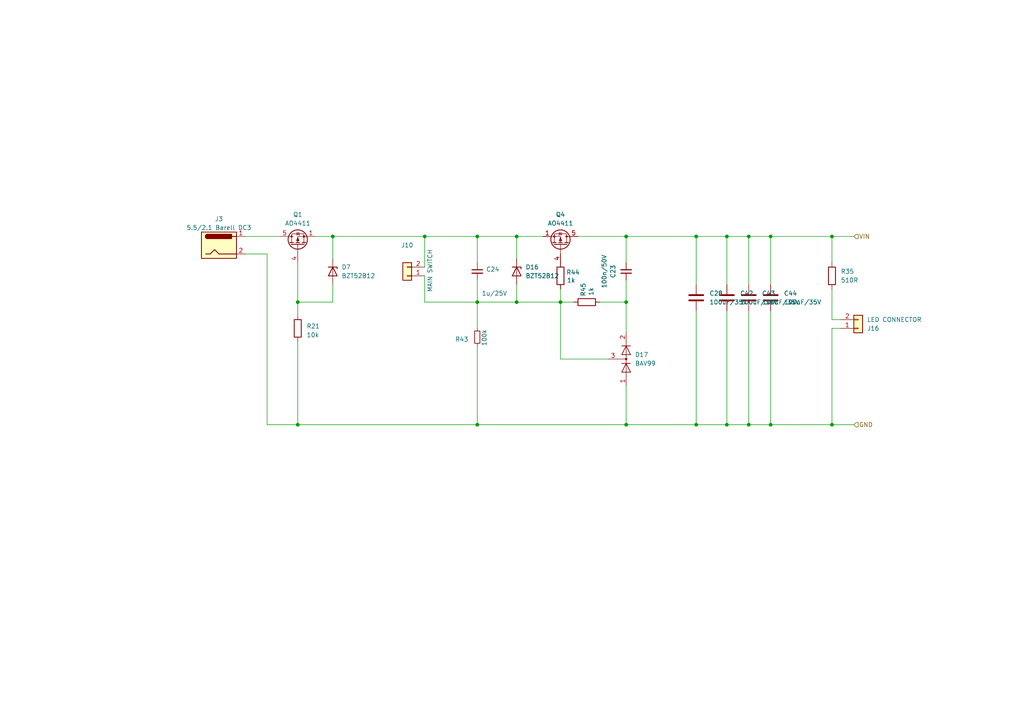
<source format=kicad_sch>
(kicad_sch (version 20250114) (generator "eeschema") (generator_version "9.0")
  (paper "A4")
  (lib_symbols
    (symbol "Connector:Barrel_Jack" (pin_names (offset 1.016))
      (property "Reference" "J" (at 0 5.334 0))
      (property "Value" "Barrel_Jack" (at 0 -5.08 0))
      (symbol "Barrel_Jack_0_1"
        (rectangle (start -5.08 3.81) (end 5.08 -3.81) (stroke (width 0.254)) (fill (type background)))
        (polyline (pts (xy -3.81 -2.54) (xy -2.54 -2.54) (xy -1.27 -1.27) (xy 0 -2.54) (xy 2.54 -2.54) (xy 5.08 -2.54)) (stroke (width 0.254)))
        (arc (start -3.302 1.905) (mid -3.9343 2.54) (end -3.302 3.175) (stroke (width 0.254)))
        (arc (start -3.302 1.905) (mid -3.9343 2.54) (end -3.302 3.175) (stroke (width 0.254)) (fill (type outline)))
        (rectangle (start 3.683 3.175) (end -3.302 1.905) (stroke (width 0.254)) (fill (type outline)))
        (polyline (pts (xy 5.08 2.54) (xy 3.81 2.54)) (stroke (width 0.254)))
      )
      (symbol "Barrel_Jack_1_1"
        (pin passive line (at 7.62 2.54 180) (length 2.54) (name "~") (number "1"))
        (pin passive line (at 7.62 -2.54 180) (length 2.54) (name "~") (number "2"))
      )
    )
    (symbol "Connector_Generic:Conn_01x02" (pin_names (offset 1.016) (hide yes))
      (property "Reference" "J" (at 0 2.54 0))
      (property "Value" "Conn_01x02" (at 0 -5.08 0))
      (symbol "Conn_01x02_1_1"
        (rectangle (start -1.27 1.27) (end 1.27 -3.81) (stroke (width 0.254)) (fill (type background)))
        (rectangle (start -1.27 0.127) (end 0 -0.127) (stroke (width 0.1524)))
        (rectangle (start -1.27 -2.413) (end 0 -2.667) (stroke (width 0.1524)))
        (pin passive line (at -5.08 0 0) (length 3.81) (name "Pin_1") (number "1"))
        (pin passive line (at -5.08 -2.54 0) (length 3.81) (name "Pin_2") (number "2"))
      )
    )
    (symbol "Device:C" (pin_numbers (hide yes)) (pin_names (offset 0.254))
      (property "Reference" "C" (at 0.635 2.54 0))
      (property "Value" "C" (at 0.635 -2.54 0))
      (symbol "C_0_1"
        (polyline (pts (xy -2.032 0.762) (xy 2.032 0.762)) (stroke (width 0.508)))
        (polyline (pts (xy -2.032 -0.762) (xy 2.032 -0.762)) (stroke (width 0.508)))
      )
      (symbol "C_1_1"
        (pin passive line (at 0 3.81 270) (length 2.794) (name "~") (number "1"))
        (pin passive line (at 0 -3.81 90) (length 2.794) (name "~") (number "2"))
      )
    )
    (symbol "Device:C_Small" (pin_numbers (hide yes)) (pin_names (offset 0.254) (hide yes))
      (property "Reference" "C" (at 0.254 1.778 0))
      (property "Value" "C_Small" (at 0.254 -2.032 0))
      (symbol "C_Small_0_1"
        (polyline (pts (xy -1.524 0.508) (xy 1.524 0.508)) (stroke (width 0.3048)))
        (polyline (pts (xy -1.524 -0.508) (xy 1.524 -0.508)) (stroke (width 0.3302)))
      )
      (symbol "C_Small_1_1"
        (pin passive line (at 0 2.54 270) (length 2.032) (name "~") (number "1"))
        (pin passive line (at 0 -2.54 90) (length 2.032) (name "~") (number "2"))
      )
    )
    (symbol "Device:R" (pin_numbers (hide yes)) (pin_names (offset 0))
      (property "Reference" "R" (at 2.032 0 90))
      (property "Value" "R" (at 0 0 90))
      (symbol "R_0_1"
        (rectangle (start -1.016 -2.54) (end 1.016 2.54) (stroke (width 0.254)))
      )
      (symbol "R_1_1"
        (pin passive line (at 0 3.81 270) (length 1.27) (name "~") (number "1"))
        (pin passive line (at 0 -3.81 90) (length 1.27) (name "~") (number "2"))
      )
    )
    (symbol "Device:R_Small" (pin_numbers (hide yes)) (pin_names (offset 0.254) (hide yes))
      (property "Reference" "R" (at 0.762 0.508 0))
      (property "Value" "R_Small" (at 0.762 -1.016 0))
      (symbol "R_Small_0_1"
        (rectangle (start -0.762 1.778) (end 0.762 -1.778) (stroke (width 0.2032)))
      )
      (symbol "R_Small_1_1"
        (pin passive line (at 0 2.54 270) (length 0.762) (name "~") (number "1"))
        (pin passive line (at 0 -2.54 90) (length 0.762) (name "~") (number "2"))
      )
    )
    (symbol "Diode:BAV99" (pin_names (hide yes))
      (property "Reference" "D" (at 0 5.08 0))
      (property "Value" "BAV99" (at 0 2.54 0))
      (symbol "BAV99_0_1"
        (polyline (pts (xy -5.08 0) (xy 5.08 0)))
      )
      (symbol "BAV99_1_1"
        (polyline (pts (xy -3.81 1.27) (xy -1.27 0) (xy -3.81 -1.27) (xy -3.81 1.27) (xy -3.81 1.27) (xy -3.81 1.27)) (stroke (width 0.2032)))
        (polyline (pts (xy -1.27 -1.27) (xy -1.27 1.27) (xy -1.27 1.27)) (stroke (width 0.2032)))
        (polyline (pts (xy 0 0) (xy 0 -2.54)))
        (circle (center 0 0) (radius 0.254) (fill (type outline)))
        (polyline (pts (xy 1.27 1.27) (xy 3.81 0) (xy 1.27 -1.27) (xy 1.27 1.27) (xy 1.27 1.27) (xy 1.27 1.27)) (stroke (width 0.2032)))
        (polyline (pts (xy 3.81 1.27) (xy 3.81 -1.27) (xy 3.81 -1.27)) (stroke (width 0.2032)))
        (pin passive line (at -7.62 0 0) (length 2.54) (name "K") (number "1"))
        (pin passive line (at 0 -5.08 90) (length 2.54) (name "K") (number "3"))
        (pin passive line (at 7.62 0 180) (length 2.54) (name "A") (number "2"))
      )
    )
    (symbol "Diode:BZT52Bxx" (pin_numbers (hide yes)) (pin_names (hide yes))
      (property "Reference" "D" (at 0 2.54 0))
      (property "Value" "BZT52Bxx" (at 0 -2.54 0))
      (symbol "BZT52Bxx_0_1"
        (polyline (pts (xy -1.27 -1.27) (xy -1.27 1.27) (xy -0.762 1.27)) (stroke (width 0.254)))
        (polyline (pts (xy 1.27 0) (xy -1.27 0)))
        (polyline (pts (xy 1.27 -1.27) (xy 1.27 1.27) (xy -1.27 0) (xy 1.27 -1.27)) (stroke (width 0.254)))
      )
      (symbol "BZT52Bxx_1_1"
        (pin passive line (at -3.81 0 0) (length 2.54) (name "K") (number "1"))
        (pin passive line (at 3.81 0 180) (length 2.54) (name "A") (number "2"))
      )
    )
    (symbol "Transistor_FET:IRF7404" (pin_names (hide yes))
      (property "Reference" "Q" (at 5.08 1.905 0))
      (property "Value" "IRF7404" (at 5.08 0 0))
      (symbol "IRF7404_0_1"
        (polyline (pts (xy 0.254 1.905) (xy 0.254 -1.905)) (stroke (width 0.254)))
        (polyline (pts (xy 0.254 0) (xy -2.54 0)))
        (polyline (pts (xy 0.762 2.286) (xy 0.762 1.27)) (stroke (width 0.254)))
        (polyline (pts (xy 0.762 1.778) (xy 3.302 1.778) (xy 3.302 -1.778) (xy 0.762 -1.778)))
        (polyline (pts (xy 0.762 0.508) (xy 0.762 -0.508)) (stroke (width 0.254)))
        (polyline (pts (xy 0.762 -1.27) (xy 0.762 -2.286)) (stroke (width 0.254)))
        (circle (center 1.651 0) (radius 2.794) (stroke (width 0.254)))
        (polyline (pts (xy 2.286 0) (xy 1.27 0.381) (xy 1.27 -0.381) (xy 2.286 0)) (fill (type outline)))
        (polyline (pts (xy 2.54 2.54) (xy 2.54 1.778)))
        (circle (center 2.54 1.778) (radius 0.254) (fill (type outline)))
        (circle (center 2.54 -1.778) (radius 0.254) (fill (type outline)))
        (polyline (pts (xy 2.54 -2.54) (xy 2.54 0) (xy 0.762 0)))
        (polyline (pts (xy 2.794 -0.508) (xy 2.921 -0.381) (xy 3.683 -0.381) (xy 3.81 -0.254)))
        (polyline (pts (xy 3.302 -0.381) (xy 2.921 0.254) (xy 3.683 0.254) (xy 3.302 -0.381)))
      )
      (symbol "IRF7404_1_1"
        (pin passive line (at -5.08 0 0) (length 2.54) (name "G") (number "4"))
        (pin passive line (at 2.54 5.08 270) (length 2.54) (name "D") (number "5"))
        (pin passive line (at 2.54 5.08 270) (length 2.54) (hide yes) (name "D") (number "6"))
        (pin passive line (at 2.54 5.08 270) (length 2.54) (hide yes) (name "D") (number "7"))
        (pin passive line (at 2.54 5.08 270) (length 2.54) (hide yes) (name "D") (number "8"))
        (pin passive line (at 2.54 -5.08 90) (length 2.54) (name "S") (number "1"))
        (pin passive line (at 2.54 -5.08 90) (length 2.54) (hide yes) (name "S") (number "2"))
        (pin passive line (at 2.54 -5.08 90) (length 2.54) (hide yes) (name "S") (number "3"))
      )
    )
  )
  (junction (at 223.52 123.19))
  (junction (at 138.43 68.58))
  (junction (at 162.56 87.63))
  (junction (at 223.52 68.58))
  (junction (at 123.19 68.58))
  (junction (at 149.86 68.58))
  (junction (at 138.43 123.19))
  (junction (at 149.86 87.63))
  (junction (at 181.61 87.63))
  (junction (at 241.3 123.19))
  (junction (at 181.61 123.19))
  (junction (at 210.82 123.19))
  (junction (at 217.17 68.58))
  (junction (at 181.61 68.58))
  (junction (at 86.36 123.19))
  (junction (at 241.3 68.58))
  (junction (at 210.82 68.58))
  (junction (at 138.43 87.63))
  (junction (at 201.93 123.19))
  (junction (at 96.52 68.58))
  (junction (at 201.93 68.58))
  (junction (at 217.17 123.19))
  (junction (at 86.36 87.63))
  (wire (pts (xy 173.99 87.63) (xy 181.61 87.63)))
  (wire (pts (xy 138.43 68.58) (xy 138.43 76.2)))
  (wire (pts (xy 241.3 123.19) (xy 247.65 123.19)))
  (wire (pts (xy 217.17 90.17) (xy 217.17 123.19)))
  (wire (pts (xy 243.84 95.25) (xy 241.3 95.25)))
  (wire (pts (xy 210.82 90.17) (xy 210.82 123.19)))
  (wire (pts (xy 96.52 68.58) (xy 123.19 68.58)))
  (wire (pts (xy 149.86 68.58) (xy 149.86 74.93)))
  (wire (pts (xy 86.36 123.19) (xy 138.43 123.19)))
  (wire (pts (xy 96.52 87.63) (xy 86.36 87.63)))
  (wire (pts (xy 181.61 111.76) (xy 181.61 123.19)))
  (wire (pts (xy 201.93 123.19) (xy 210.82 123.19)))
  (wire (pts (xy 77.47 73.66) (xy 71.12 73.66)))
  (wire (pts (xy 223.52 68.58) (xy 223.52 82.55)))
  (wire (pts (xy 77.47 123.19) (xy 77.47 73.66)))
  (wire (pts (xy 138.43 87.63) (xy 149.86 87.63)))
  (wire (pts (xy 241.3 83.82) (xy 241.3 92.71)))
  (wire (pts (xy 241.3 123.19) (xy 223.52 123.19)))
  (wire (pts (xy 138.43 100.33) (xy 138.43 123.19)))
  (wire (pts (xy 201.93 68.58) (xy 210.82 68.58)))
  (wire (pts (xy 138.43 123.19) (xy 181.61 123.19)))
  (wire (pts (xy 201.93 68.58) (xy 201.93 82.55)))
  (wire (pts (xy 123.19 80.01) (xy 123.19 87.63)))
  (wire (pts (xy 123.19 68.58) (xy 123.19 77.47)))
  (wire (pts (xy 149.86 68.58) (xy 157.48 68.58)))
  (wire (pts (xy 181.61 87.63) (xy 181.61 81.28)))
  (wire (pts (xy 241.3 95.25) (xy 241.3 123.19)))
  (wire (pts (xy 138.43 87.63) (xy 138.43 95.25)))
  (wire (pts (xy 217.17 123.19) (xy 210.82 123.19)))
  (wire (pts (xy 96.52 82.55) (xy 96.52 87.63)))
  (wire (pts (xy 86.36 99.06) (xy 86.36 123.19)))
  (wire (pts (xy 241.3 68.58) (xy 241.3 76.2)))
  (wire (pts (xy 162.56 87.63) (xy 166.37 87.63)))
  (wire (pts (xy 201.93 90.17) (xy 201.93 123.19)))
  (wire (pts (xy 162.56 83.82) (xy 162.56 87.63)))
  (wire (pts (xy 149.86 87.63) (xy 162.56 87.63)))
  (wire (pts (xy 210.82 68.58) (xy 217.17 68.58)))
  (wire (pts (xy 123.19 87.63) (xy 138.43 87.63)))
  (wire (pts (xy 217.17 68.58) (xy 217.17 82.55)))
  (wire (pts (xy 138.43 81.28) (xy 138.43 87.63)))
  (wire (pts (xy 223.52 123.19) (xy 217.17 123.19)))
  (wire (pts (xy 223.52 90.17) (xy 223.52 123.19)))
  (wire (pts (xy 162.56 104.14) (xy 162.56 87.63)))
  (wire (pts (xy 138.43 68.58) (xy 149.86 68.58)))
  (wire (pts (xy 91.44 68.58) (xy 96.52 68.58)))
  (wire (pts (xy 241.3 92.71) (xy 243.84 92.71)))
  (wire (pts (xy 71.12 68.58) (xy 81.28 68.58)))
  (wire (pts (xy 123.19 68.58) (xy 138.43 68.58)))
  (wire (pts (xy 181.61 68.58) (xy 181.61 76.2)))
  (wire (pts (xy 181.61 68.58) (xy 201.93 68.58)))
  (wire (pts (xy 181.61 123.19) (xy 201.93 123.19)))
  (wire (pts (xy 217.17 68.58) (xy 223.52 68.58)))
  (wire (pts (xy 210.82 68.58) (xy 210.82 82.55)))
  (wire (pts (xy 77.47 123.19) (xy 86.36 123.19)))
  (wire (pts (xy 96.52 68.58) (xy 96.52 74.93)))
  (wire (pts (xy 149.86 82.55) (xy 149.86 87.63)))
  (wire (pts (xy 223.52 68.58) (xy 241.3 68.58)))
  (wire (pts (xy 86.36 87.63) (xy 86.36 91.44)))
  (wire (pts (xy 86.36 87.63) (xy 86.36 76.2)))
  (wire (pts (xy 167.64 68.58) (xy 181.61 68.58)))
  (wire (pts (xy 241.3 68.58) (xy 247.65 68.58)))
  (wire (pts (xy 181.61 87.63) (xy 181.61 96.52)))
  (wire (pts (xy 176.53 104.14) (xy 162.56 104.14)))
  (hierarchical_label "GND" (shape input) (at 247.65 123.19 0))
  (hierarchical_label "VIN" (shape input) (at 247.65 68.58 0))
  (symbol (lib_id "Diode:BZT52Bxx") (at 149.86 78.74 270) (unit 1)
    (property "Reference" "D16" (at 152.4 77.4699 90) (effects (justify left)))
    (property "Value" "BZT52B12" (at 152.4 80.0099 90) (effects (justify left)))
    (property "Footprint" "Diode_SMD:D_SOD-123F" (effects (hide yes)))
    (property "Datasheet" "https://diotec.com/tl_files/diotec/files/pdf/datasheets/bzt52b2v4.pdf" (effects (hide yes)))
    (property "Description" "500mW Zener Diode, SOD-123F" (effects (hide yes)))
  )
  (symbol (lib_id "Device:C_Small") (at 181.61 78.74 180) (unit 1)
    (property "Reference" "C23" (at 177.8 78.74 90))
    (property "Value" "100n/50V" (at 175.26 78.74 90))
    (property "Footprint" "Capacitor_SMD:C_0402_1005Metric" (effects (hide yes)))
  )
  (symbol (lib_id "Device:R") (at 86.36 95.25 180) (unit 1)
    (property "Reference" "R21" (at 88.9 94.615 0) (effects (justify right)))
    (property "Value" "10k" (at 88.9 97.155 0) (effects (justify right)))
    (property "Footprint" "Resistor_SMD:R_0402_1005Metric" (effects (hide yes)))
  )
  (symbol (lib_id "Device:C_Small") (at 138.43 78.74 0) (unit 1)
    (property "Reference" "C24" (at 140.97 78.1113 0) (effects (justify left)))
    (property "Value" "1u/25V" (at 139.7 85.09 0) (effects (justify left)))
    (property "Footprint" "Capacitor_SMD:C_0805_2012Metric" (effects (hide yes)))
  )
  (symbol (lib_id "Device:C") (at 210.82 86.36 0) (unit 1)
    (property "Reference" "C42" (at 214.63 85.0899 0) (effects (justify left)))
    (property "Value" "100uF/35V" (at 214.63 87.6299 0) (effects (justify left)))
    (property "Footprint" "Capacitor_SMD:CP_Elec_6.3x7.7" (effects (hide yes)))
    (property "Description" "Unpolarized capacitor" (effects (hide yes)))
  )
  (symbol (lib_id "Connector_Generic:Conn_01x02") (at 118.11 80.01 180) (unit 1)
    (property "Reference" "J10" (at 118.11 71.12 0))
    (property "Value" "MAIN SWITCH" (at 124.714 78.486 90))
    (property "Footprint" "myLib_THT:JST_1x02_P2.54" (effects (hide yes)))
    (property "Description" "Generic connector, single row, 01x02, script generated (kicad-library-utils/schlib/autogen/connector/)" (effects (hide yes)))
  )
  (symbol (lib_id "Device:R") (at 170.18 87.63 270) (mirror x) (unit 1)
    (property "Reference" "R45" (at 169.164 82.042 0) (effects (justify right)))
    (property "Value" "1k" (at 171.45 83.312 0) (effects (justify right)))
    (property "Footprint" "Resistor_SMD:R_0402_1005Metric" (effects (hide yes)))
  )
  (symbol (lib_id "Connector:Barrel_Jack") (at 63.5 71.12 0) (unit 1)
    (property "Reference" "J3" (at 63.5 63.5 0))
    (property "Value" "5.5/2.1 Barell DC3" (at 63.5 66.04 0))
    (property "Footprint" "Connector_BarrelJack:BarrelJack_Wuerth_6941xx301002" (effects (hide yes)))
  )
  (symbol (lib_id "Device:C") (at 201.93 86.36 0) (unit 1)
    (property "Reference" "C28" (at 205.74 85.0899 0) (effects (justify left)))
    (property "Value" "100uF/35V" (at 205.74 87.6299 0) (effects (justify left)))
    (property "Footprint" "Capacitor_SMD:CP_Elec_6.3x7.7" (effects (hide yes)))
    (property "Description" "Unpolarized capacitor" (effects (hide yes)))
  )
  (symbol (lib_id "Device:R") (at 162.56 80.01 0) (mirror x) (unit 1)
    (property "Reference" "R44" (at 168.148 78.994 0) (effects (justify right)))
    (property "Value" "1k" (at 166.878 81.28 0) (effects (justify right)))
    (property "Footprint" "Resistor_SMD:R_0402_1005Metric" (effects (hide yes)))
  )
  (symbol (lib_id "Device:R_Small") (at 138.43 97.79 0) (unit 1)
    (property "Reference" "R43" (at 135.89 98.425 0) (effects (justify right)))
    (property "Value" "100k" (at 140.462 95.504 90) (effects (justify right)))
    (property "Footprint" "Resistor_SMD:R_0402_1005Metric" (effects (hide yes)))
  )
  (symbol (lib_id "Device:R") (at 241.3 80.01 180) (unit 1)
    (property "Reference" "R35" (at 243.84 78.7399 0) (effects (justify right)))
    (property "Value" "510R" (at 243.84 81.2799 0) (effects (justify right)))
    (property "Footprint" "Resistor_SMD:R_0402_1005Metric" (effects (hide yes)))
  )
  (symbol (lib_id "Transistor_FET:IRF7404") (at 162.56 71.12 270) (mirror x) (unit 1)
    (property "Reference" "Q4" (at 162.56 62.23 90))
    (property "Value" "AO4411" (at 162.56 64.77 90))
    (property "Footprint" "Package_SO:SOIC-8_3.9x4.9mm_P1.27mm" (effects (hide yes)))
    (property "Datasheet" "http://www.infineon.com/dgdl/irf7404.pdf?fileId=5546d462533600a4015355fa2b5b1b9e" (effects (hide yes)))
    (property "Description" "-6.7A Id, -20V Vds, P-Channel HEXFET Power MOSFET, SO-8" (effects (hide yes)))
  )
  (symbol (lib_id "Transistor_FET:IRF7404") (at 86.36 71.12 90) (unit 1)
    (property "Reference" "Q1" (at 86.36 62.23 90))
    (property "Value" "AO4411" (at 86.36 64.77 90))
    (property "Footprint" "Package_SO:SOIC-8_3.9x4.9mm_P1.27mm" (effects (hide yes)))
    (property "Datasheet" "http://www.infineon.com/dgdl/irf7404.pdf?fileId=5546d462533600a4015355fa2b5b1b9e" (effects (hide yes)))
    (property "Description" "-6.7A Id, -20V Vds, P-Channel HEXFET Power MOSFET, SO-8" (effects (hide yes)))
  )
  (symbol (lib_id "Diode:BZT52Bxx") (at 96.52 78.74 270) (unit 1)
    (property "Reference" "D7" (at 99.06 77.4699 90) (effects (justify left)))
    (property "Value" "BZT52B12" (at 99.06 80.0099 90) (effects (justify left)))
    (property "Footprint" "Diode_SMD:D_SOD-123F" (effects (hide yes)))
    (property "Datasheet" "https://diotec.com/tl_files/diotec/files/pdf/datasheets/bzt52b2v4.pdf" (effects (hide yes)))
    (property "Description" "500mW Zener Diode, SOD-123F" (effects (hide yes)))
  )
  (symbol (lib_id "Connector_Generic:Conn_01x02") (at 248.92 95.25 0) (mirror x) (unit 1)
    (property "Reference" "J16" (at 251.46 95.2501 0) (effects (justify left)))
    (property "Value" "LED CONNECTOR" (at 251.46 92.7101 0) (effects (justify left)))
    (property "Footprint" "Connector_JST:JST_PH_B2B-PH-K_1x02_P2.00mm_Vertical" (effects (hide yes)))
    (property "Description" "Generic connector, single row, 01x02, script generated (kicad-library-utils/schlib/autogen/connector/)" (effects (hide yes)))
  )
  (symbol (lib_id "Device:C") (at 223.52 86.36 0) (unit 1)
    (property "Reference" "C44" (at 227.33 85.0899 0) (effects (justify left)))
    (property "Value" "100uF/35V" (at 227.33 87.6299 0) (effects (justify left)))
    (property "Footprint" "Capacitor_SMD:CP_Elec_6.3x7.7" (effects (hide yes)))
    (property "Description" "Unpolarized capacitor" (effects (hide yes)))
  )
  (symbol (lib_id "Device:C") (at 217.17 86.36 0) (unit 1)
    (property "Reference" "C43" (at 220.98 85.0899 0) (effects (justify left)))
    (property "Value" "100uF/35V" (at 220.98 87.6299 0) (effects (justify left)))
    (property "Footprint" "Capacitor_SMD:CP_Elec_6.3x7.7" (effects (hide yes)))
    (property "Description" "Unpolarized capacitor" (effects (hide yes)))
  )
  (symbol (lib_id "Diode:BAV99") (at 181.61 104.14 270) (mirror x) (unit 1)
    (property "Reference" "D17" (at 184.15 102.8699 90) (effects (justify left)))
    (property "Value" "BAV99" (at 184.15 105.4099 90) (effects (justify left)))
    (property "Footprint" "Package_TO_SOT_SMD:SOT-23" (effects (hide yes)))
    (property "Datasheet" "https://assets.nexperia.com/documents/data-sheet/BAV99_SER.pdf" (effects (hide yes)))
    (property "Description" "BAV99 High-speed switching diodes, SOT-23" (effects (hide yes)))
  )
)
</source>
